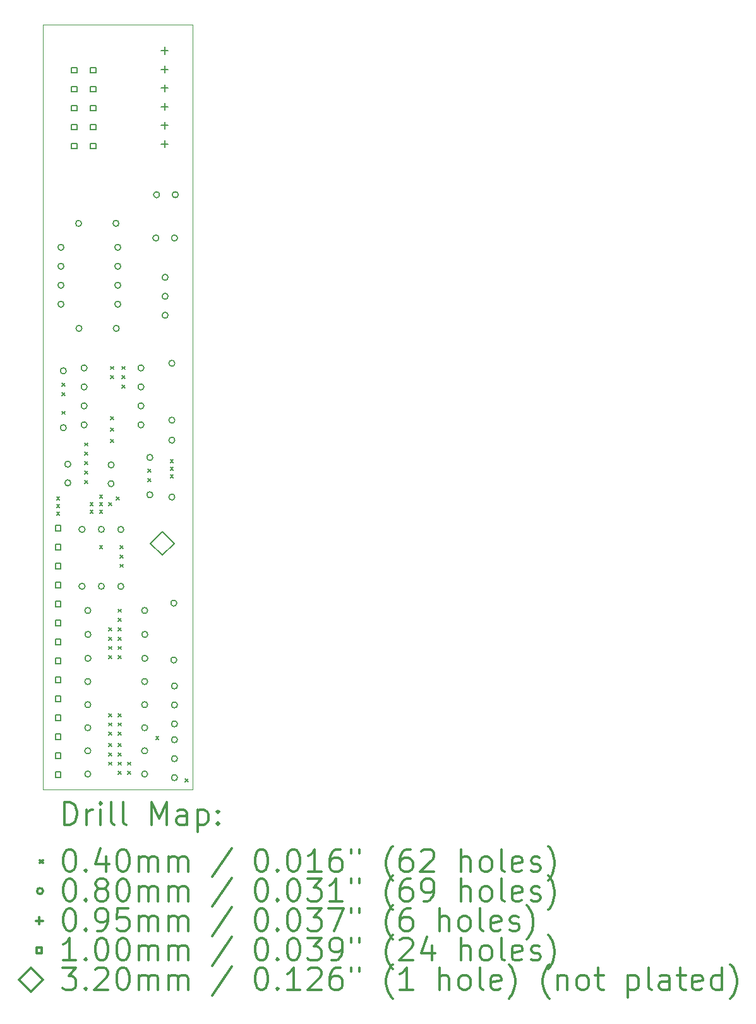
<source format=gbr>
%FSLAX45Y45*%
G04 Gerber Fmt 4.5, Leading zero omitted, Abs format (unit mm)*
G04 Created by KiCad (PCBNEW 5.1.9+dfsg1-1~bpo10+1) date 2022-02-02 01:18:28*
%MOMM*%
%LPD*%
G01*
G04 APERTURE LIST*
%TA.AperFunction,Profile*%
%ADD10C,0.050000*%
%TD*%
%ADD11C,0.200000*%
%ADD12C,0.300000*%
G04 APERTURE END LIST*
D10*
X13500000Y-15550000D02*
X13500000Y-5300000D01*
X15500000Y-15550000D02*
X13500000Y-15550000D01*
X15500000Y-5300000D02*
X15500000Y-15550000D01*
X13500000Y-5300000D02*
X15500000Y-5300000D01*
D11*
X13680000Y-11630000D02*
X13720000Y-11670000D01*
X13720000Y-11630000D02*
X13680000Y-11670000D01*
X13680000Y-11730000D02*
X13720000Y-11770000D01*
X13720000Y-11730000D02*
X13680000Y-11770000D01*
X13680000Y-11830000D02*
X13720000Y-11870000D01*
X13720000Y-11830000D02*
X13680000Y-11870000D01*
X13755000Y-10105000D02*
X13795000Y-10145000D01*
X13795000Y-10105000D02*
X13755000Y-10145000D01*
X13755000Y-10230000D02*
X13795000Y-10270000D01*
X13795000Y-10230000D02*
X13755000Y-10270000D01*
X13755000Y-10480000D02*
X13795000Y-10520000D01*
X13795000Y-10480000D02*
X13755000Y-10520000D01*
X14055000Y-10905000D02*
X14095000Y-10945000D01*
X14095000Y-10905000D02*
X14055000Y-10945000D01*
X14055000Y-11030000D02*
X14095000Y-11070000D01*
X14095000Y-11030000D02*
X14055000Y-11070000D01*
X14055000Y-11155000D02*
X14095000Y-11195000D01*
X14095000Y-11155000D02*
X14055000Y-11195000D01*
X14055000Y-11280000D02*
X14095000Y-11320000D01*
X14095000Y-11280000D02*
X14055000Y-11320000D01*
X14055000Y-11405000D02*
X14095000Y-11445000D01*
X14095000Y-11405000D02*
X14055000Y-11445000D01*
X14130000Y-11705000D02*
X14170000Y-11745000D01*
X14170000Y-11705000D02*
X14130000Y-11745000D01*
X14130000Y-11805000D02*
X14170000Y-11845000D01*
X14170000Y-11805000D02*
X14130000Y-11845000D01*
X14255000Y-11605000D02*
X14295000Y-11645000D01*
X14295000Y-11605000D02*
X14255000Y-11645000D01*
X14255000Y-11705000D02*
X14295000Y-11745000D01*
X14295000Y-11705000D02*
X14255000Y-11745000D01*
X14255000Y-11805000D02*
X14295000Y-11845000D01*
X14295000Y-11805000D02*
X14255000Y-11845000D01*
X14255000Y-12280000D02*
X14295000Y-12320000D01*
X14295000Y-12280000D02*
X14255000Y-12320000D01*
X14380000Y-11705000D02*
X14420000Y-11745000D01*
X14420000Y-11705000D02*
X14380000Y-11745000D01*
X14380000Y-13380000D02*
X14420000Y-13420000D01*
X14420000Y-13380000D02*
X14380000Y-13420000D01*
X14380000Y-13505000D02*
X14420000Y-13545000D01*
X14420000Y-13505000D02*
X14380000Y-13545000D01*
X14380000Y-13630000D02*
X14420000Y-13670000D01*
X14420000Y-13630000D02*
X14380000Y-13670000D01*
X14380000Y-13755000D02*
X14420000Y-13795000D01*
X14420000Y-13755000D02*
X14380000Y-13795000D01*
X14380000Y-14530000D02*
X14420000Y-14570000D01*
X14420000Y-14530000D02*
X14380000Y-14570000D01*
X14380000Y-14655000D02*
X14420000Y-14695000D01*
X14420000Y-14655000D02*
X14380000Y-14695000D01*
X14380000Y-14780000D02*
X14420000Y-14820000D01*
X14420000Y-14780000D02*
X14380000Y-14820000D01*
X14380000Y-14930000D02*
X14420000Y-14970000D01*
X14420000Y-14930000D02*
X14380000Y-14970000D01*
X14380000Y-15055000D02*
X14420000Y-15095000D01*
X14420000Y-15055000D02*
X14380000Y-15095000D01*
X14380000Y-15180000D02*
X14420000Y-15220000D01*
X14420000Y-15180000D02*
X14380000Y-15220000D01*
X14405000Y-9880000D02*
X14445000Y-9920000D01*
X14445000Y-9880000D02*
X14405000Y-9920000D01*
X14405000Y-10005000D02*
X14445000Y-10045000D01*
X14445000Y-10005000D02*
X14405000Y-10045000D01*
X14405000Y-10555000D02*
X14445000Y-10595000D01*
X14445000Y-10555000D02*
X14405000Y-10595000D01*
X14405000Y-10705000D02*
X14445000Y-10745000D01*
X14445000Y-10705000D02*
X14405000Y-10745000D01*
X14405000Y-10855000D02*
X14445000Y-10895000D01*
X14445000Y-10855000D02*
X14405000Y-10895000D01*
X14480000Y-11630000D02*
X14520000Y-11670000D01*
X14520000Y-11630000D02*
X14480000Y-11670000D01*
X14505000Y-13130000D02*
X14545000Y-13170000D01*
X14545000Y-13130000D02*
X14505000Y-13170000D01*
X14505000Y-13255000D02*
X14545000Y-13295000D01*
X14545000Y-13255000D02*
X14505000Y-13295000D01*
X14505000Y-13380000D02*
X14545000Y-13420000D01*
X14545000Y-13380000D02*
X14505000Y-13420000D01*
X14505000Y-13505000D02*
X14545000Y-13545000D01*
X14545000Y-13505000D02*
X14505000Y-13545000D01*
X14505000Y-13630000D02*
X14545000Y-13670000D01*
X14545000Y-13630000D02*
X14505000Y-13670000D01*
X14505000Y-13755000D02*
X14545000Y-13795000D01*
X14545000Y-13755000D02*
X14505000Y-13795000D01*
X14505000Y-14530000D02*
X14545000Y-14570000D01*
X14545000Y-14530000D02*
X14505000Y-14570000D01*
X14505000Y-14655000D02*
X14545000Y-14695000D01*
X14545000Y-14655000D02*
X14505000Y-14695000D01*
X14505000Y-14780000D02*
X14545000Y-14820000D01*
X14545000Y-14780000D02*
X14505000Y-14820000D01*
X14505000Y-14930000D02*
X14545000Y-14970000D01*
X14545000Y-14930000D02*
X14505000Y-14970000D01*
X14505000Y-15055000D02*
X14545000Y-15095000D01*
X14545000Y-15055000D02*
X14505000Y-15095000D01*
X14505000Y-15180000D02*
X14545000Y-15220000D01*
X14545000Y-15180000D02*
X14505000Y-15220000D01*
X14505000Y-15305000D02*
X14545000Y-15345000D01*
X14545000Y-15305000D02*
X14505000Y-15345000D01*
X14530000Y-12280000D02*
X14570000Y-12320000D01*
X14570000Y-12280000D02*
X14530000Y-12320000D01*
X14530000Y-12405000D02*
X14570000Y-12445000D01*
X14570000Y-12405000D02*
X14530000Y-12445000D01*
X14530000Y-12530000D02*
X14570000Y-12570000D01*
X14570000Y-12530000D02*
X14530000Y-12570000D01*
X14555000Y-9880000D02*
X14595000Y-9920000D01*
X14595000Y-9880000D02*
X14555000Y-9920000D01*
X14555000Y-10005000D02*
X14595000Y-10045000D01*
X14595000Y-10005000D02*
X14555000Y-10045000D01*
X14555000Y-10130000D02*
X14595000Y-10170000D01*
X14595000Y-10130000D02*
X14555000Y-10170000D01*
X14630000Y-15180000D02*
X14670000Y-15220000D01*
X14670000Y-15180000D02*
X14630000Y-15220000D01*
X14630000Y-15305000D02*
X14670000Y-15345000D01*
X14670000Y-15305000D02*
X14630000Y-15345000D01*
X14905000Y-11255000D02*
X14945000Y-11295000D01*
X14945000Y-11255000D02*
X14905000Y-11295000D01*
X14905000Y-11380000D02*
X14945000Y-11420000D01*
X14945000Y-11380000D02*
X14905000Y-11420000D01*
X15010000Y-14840000D02*
X15050000Y-14880000D01*
X15050000Y-14840000D02*
X15010000Y-14880000D01*
X15205000Y-11130000D02*
X15245000Y-11170000D01*
X15245000Y-11130000D02*
X15205000Y-11170000D01*
X15205000Y-11230000D02*
X15245000Y-11270000D01*
X15245000Y-11230000D02*
X15205000Y-11270000D01*
X15205000Y-11330000D02*
X15245000Y-11370000D01*
X15245000Y-11330000D02*
X15205000Y-11370000D01*
X15405000Y-15405000D02*
X15445000Y-15445000D01*
X15445000Y-15405000D02*
X15405000Y-15445000D01*
X13778000Y-8285000D02*
G75*
G03*
X13778000Y-8285000I-40000J0D01*
G01*
X13778000Y-8539000D02*
G75*
G03*
X13778000Y-8539000I-40000J0D01*
G01*
X13778000Y-8793000D02*
G75*
G03*
X13778000Y-8793000I-40000J0D01*
G01*
X13778000Y-9047000D02*
G75*
G03*
X13778000Y-9047000I-40000J0D01*
G01*
X13810000Y-9940000D02*
G75*
G03*
X13810000Y-9940000I-40000J0D01*
G01*
X13810000Y-10702000D02*
G75*
G03*
X13810000Y-10702000I-40000J0D01*
G01*
X13870000Y-11190000D02*
G75*
G03*
X13870000Y-11190000I-40000J0D01*
G01*
X13870000Y-11440000D02*
G75*
G03*
X13870000Y-11440000I-40000J0D01*
G01*
X14015000Y-7965000D02*
G75*
G03*
X14015000Y-7965000I-40000J0D01*
G01*
X14020000Y-9370000D02*
G75*
G03*
X14020000Y-9370000I-40000J0D01*
G01*
X14060000Y-12063000D02*
G75*
G03*
X14060000Y-12063000I-40000J0D01*
G01*
X14060000Y-12825000D02*
G75*
G03*
X14060000Y-12825000I-40000J0D01*
G01*
X14088000Y-9900000D02*
G75*
G03*
X14088000Y-9900000I-40000J0D01*
G01*
X14088000Y-10154000D02*
G75*
G03*
X14088000Y-10154000I-40000J0D01*
G01*
X14088000Y-10408000D02*
G75*
G03*
X14088000Y-10408000I-40000J0D01*
G01*
X14088000Y-10662000D02*
G75*
G03*
X14088000Y-10662000I-40000J0D01*
G01*
X14138000Y-13150000D02*
G75*
G03*
X14138000Y-13150000I-40000J0D01*
G01*
X14138000Y-14100000D02*
G75*
G03*
X14138000Y-14100000I-40000J0D01*
G01*
X14138000Y-14410000D02*
G75*
G03*
X14138000Y-14410000I-40000J0D01*
G01*
X14138000Y-14720000D02*
G75*
G03*
X14138000Y-14720000I-40000J0D01*
G01*
X14138000Y-15030000D02*
G75*
G03*
X14138000Y-15030000I-40000J0D01*
G01*
X14138000Y-15340000D02*
G75*
G03*
X14138000Y-15340000I-40000J0D01*
G01*
X14140000Y-13470000D02*
G75*
G03*
X14140000Y-13470000I-40000J0D01*
G01*
X14140000Y-13790000D02*
G75*
G03*
X14140000Y-13790000I-40000J0D01*
G01*
X14320000Y-12063000D02*
G75*
G03*
X14320000Y-12063000I-40000J0D01*
G01*
X14320000Y-12825000D02*
G75*
G03*
X14320000Y-12825000I-40000J0D01*
G01*
X14450000Y-11200000D02*
G75*
G03*
X14450000Y-11200000I-40000J0D01*
G01*
X14450000Y-11450000D02*
G75*
G03*
X14450000Y-11450000I-40000J0D01*
G01*
X14515000Y-7965000D02*
G75*
G03*
X14515000Y-7965000I-40000J0D01*
G01*
X14520000Y-9370000D02*
G75*
G03*
X14520000Y-9370000I-40000J0D01*
G01*
X14540000Y-8285000D02*
G75*
G03*
X14540000Y-8285000I-40000J0D01*
G01*
X14540000Y-8539000D02*
G75*
G03*
X14540000Y-8539000I-40000J0D01*
G01*
X14540000Y-8793000D02*
G75*
G03*
X14540000Y-8793000I-40000J0D01*
G01*
X14540000Y-9047000D02*
G75*
G03*
X14540000Y-9047000I-40000J0D01*
G01*
X14580000Y-12065000D02*
G75*
G03*
X14580000Y-12065000I-40000J0D01*
G01*
X14580000Y-12827000D02*
G75*
G03*
X14580000Y-12827000I-40000J0D01*
G01*
X14850000Y-9900000D02*
G75*
G03*
X14850000Y-9900000I-40000J0D01*
G01*
X14850000Y-10154000D02*
G75*
G03*
X14850000Y-10154000I-40000J0D01*
G01*
X14850000Y-10408000D02*
G75*
G03*
X14850000Y-10408000I-40000J0D01*
G01*
X14850000Y-10662000D02*
G75*
G03*
X14850000Y-10662000I-40000J0D01*
G01*
X14900000Y-13150000D02*
G75*
G03*
X14900000Y-13150000I-40000J0D01*
G01*
X14900000Y-14100000D02*
G75*
G03*
X14900000Y-14100000I-40000J0D01*
G01*
X14900000Y-14410000D02*
G75*
G03*
X14900000Y-14410000I-40000J0D01*
G01*
X14900000Y-14720000D02*
G75*
G03*
X14900000Y-14720000I-40000J0D01*
G01*
X14900000Y-15030000D02*
G75*
G03*
X14900000Y-15030000I-40000J0D01*
G01*
X14900000Y-15340000D02*
G75*
G03*
X14900000Y-15340000I-40000J0D01*
G01*
X14902000Y-13470000D02*
G75*
G03*
X14902000Y-13470000I-40000J0D01*
G01*
X14902000Y-13790000D02*
G75*
G03*
X14902000Y-13790000I-40000J0D01*
G01*
X14970000Y-11100000D02*
G75*
G03*
X14970000Y-11100000I-40000J0D01*
G01*
X14970000Y-11600000D02*
G75*
G03*
X14970000Y-11600000I-40000J0D01*
G01*
X15050000Y-8160000D02*
G75*
G03*
X15050000Y-8160000I-40000J0D01*
G01*
X15060000Y-7580000D02*
G75*
G03*
X15060000Y-7580000I-40000J0D01*
G01*
X15175000Y-8687000D02*
G75*
G03*
X15175000Y-8687000I-40000J0D01*
G01*
X15175000Y-8941000D02*
G75*
G03*
X15175000Y-8941000I-40000J0D01*
G01*
X15175000Y-9195000D02*
G75*
G03*
X15175000Y-9195000I-40000J0D01*
G01*
X15265000Y-9838000D02*
G75*
G03*
X15265000Y-9838000I-40000J0D01*
G01*
X15265000Y-10600000D02*
G75*
G03*
X15265000Y-10600000I-40000J0D01*
G01*
X15265000Y-10867500D02*
G75*
G03*
X15265000Y-10867500I-40000J0D01*
G01*
X15265000Y-11629500D02*
G75*
G03*
X15265000Y-11629500I-40000J0D01*
G01*
X15290000Y-13050000D02*
G75*
G03*
X15290000Y-13050000I-40000J0D01*
G01*
X15290000Y-13812000D02*
G75*
G03*
X15290000Y-13812000I-40000J0D01*
G01*
X15300000Y-8160000D02*
G75*
G03*
X15300000Y-8160000I-40000J0D01*
G01*
X15300000Y-14160000D02*
G75*
G03*
X15300000Y-14160000I-40000J0D01*
G01*
X15300000Y-14414000D02*
G75*
G03*
X15300000Y-14414000I-40000J0D01*
G01*
X15300000Y-14668000D02*
G75*
G03*
X15300000Y-14668000I-40000J0D01*
G01*
X15300000Y-14880000D02*
G75*
G03*
X15300000Y-14880000I-40000J0D01*
G01*
X15300000Y-15134000D02*
G75*
G03*
X15300000Y-15134000I-40000J0D01*
G01*
X15300000Y-15388000D02*
G75*
G03*
X15300000Y-15388000I-40000J0D01*
G01*
X15310000Y-7580000D02*
G75*
G03*
X15310000Y-7580000I-40000J0D01*
G01*
X15130000Y-5602500D02*
X15130000Y-5697500D01*
X15082500Y-5650000D02*
X15177500Y-5650000D01*
X15130000Y-5852500D02*
X15130000Y-5947500D01*
X15082500Y-5900000D02*
X15177500Y-5900000D01*
X15130000Y-6102500D02*
X15130000Y-6197500D01*
X15082500Y-6150000D02*
X15177500Y-6150000D01*
X15130000Y-6352500D02*
X15130000Y-6447500D01*
X15082500Y-6400000D02*
X15177500Y-6400000D01*
X15130000Y-6602500D02*
X15130000Y-6697500D01*
X15082500Y-6650000D02*
X15177500Y-6650000D01*
X15130000Y-6852500D02*
X15130000Y-6947500D01*
X15082500Y-6900000D02*
X15177500Y-6900000D01*
X13735356Y-12082356D02*
X13735356Y-12011644D01*
X13664644Y-12011644D01*
X13664644Y-12082356D01*
X13735356Y-12082356D01*
X13735356Y-12336356D02*
X13735356Y-12265644D01*
X13664644Y-12265644D01*
X13664644Y-12336356D01*
X13735356Y-12336356D01*
X13735356Y-12590356D02*
X13735356Y-12519644D01*
X13664644Y-12519644D01*
X13664644Y-12590356D01*
X13735356Y-12590356D01*
X13735356Y-12844356D02*
X13735356Y-12773644D01*
X13664644Y-12773644D01*
X13664644Y-12844356D01*
X13735356Y-12844356D01*
X13735356Y-13098356D02*
X13735356Y-13027644D01*
X13664644Y-13027644D01*
X13664644Y-13098356D01*
X13735356Y-13098356D01*
X13735356Y-13352356D02*
X13735356Y-13281644D01*
X13664644Y-13281644D01*
X13664644Y-13352356D01*
X13735356Y-13352356D01*
X13735356Y-13606356D02*
X13735356Y-13535644D01*
X13664644Y-13535644D01*
X13664644Y-13606356D01*
X13735356Y-13606356D01*
X13735356Y-13860356D02*
X13735356Y-13789644D01*
X13664644Y-13789644D01*
X13664644Y-13860356D01*
X13735356Y-13860356D01*
X13735356Y-14114356D02*
X13735356Y-14043644D01*
X13664644Y-14043644D01*
X13664644Y-14114356D01*
X13735356Y-14114356D01*
X13735356Y-14368356D02*
X13735356Y-14297644D01*
X13664644Y-14297644D01*
X13664644Y-14368356D01*
X13735356Y-14368356D01*
X13735356Y-14622356D02*
X13735356Y-14551644D01*
X13664644Y-14551644D01*
X13664644Y-14622356D01*
X13735356Y-14622356D01*
X13735356Y-14876356D02*
X13735356Y-14805644D01*
X13664644Y-14805644D01*
X13664644Y-14876356D01*
X13735356Y-14876356D01*
X13735356Y-15130356D02*
X13735356Y-15059644D01*
X13664644Y-15059644D01*
X13664644Y-15130356D01*
X13735356Y-15130356D01*
X13735356Y-15384356D02*
X13735356Y-15313644D01*
X13664644Y-15313644D01*
X13664644Y-15384356D01*
X13735356Y-15384356D01*
X13951356Y-5945356D02*
X13951356Y-5874644D01*
X13880644Y-5874644D01*
X13880644Y-5945356D01*
X13951356Y-5945356D01*
X13951356Y-6199356D02*
X13951356Y-6128644D01*
X13880644Y-6128644D01*
X13880644Y-6199356D01*
X13951356Y-6199356D01*
X13951356Y-6453356D02*
X13951356Y-6382644D01*
X13880644Y-6382644D01*
X13880644Y-6453356D01*
X13951356Y-6453356D01*
X13951356Y-6707356D02*
X13951356Y-6636644D01*
X13880644Y-6636644D01*
X13880644Y-6707356D01*
X13951356Y-6707356D01*
X13951356Y-6961356D02*
X13951356Y-6890644D01*
X13880644Y-6890644D01*
X13880644Y-6961356D01*
X13951356Y-6961356D01*
X14205356Y-5945356D02*
X14205356Y-5874644D01*
X14134644Y-5874644D01*
X14134644Y-5945356D01*
X14205356Y-5945356D01*
X14205356Y-6199356D02*
X14205356Y-6128644D01*
X14134644Y-6128644D01*
X14134644Y-6199356D01*
X14205356Y-6199356D01*
X14205356Y-6453356D02*
X14205356Y-6382644D01*
X14134644Y-6382644D01*
X14134644Y-6453356D01*
X14205356Y-6453356D01*
X14205356Y-6707356D02*
X14205356Y-6636644D01*
X14134644Y-6636644D01*
X14134644Y-6707356D01*
X14205356Y-6707356D01*
X14205356Y-6961356D02*
X14205356Y-6890644D01*
X14134644Y-6890644D01*
X14134644Y-6961356D01*
X14205356Y-6961356D01*
X15100000Y-12410000D02*
X15260000Y-12250000D01*
X15100000Y-12090000D01*
X14940000Y-12250000D01*
X15100000Y-12410000D01*
D12*
X13783928Y-16018214D02*
X13783928Y-15718214D01*
X13855357Y-15718214D01*
X13898214Y-15732500D01*
X13926786Y-15761071D01*
X13941071Y-15789643D01*
X13955357Y-15846786D01*
X13955357Y-15889643D01*
X13941071Y-15946786D01*
X13926786Y-15975357D01*
X13898214Y-16003929D01*
X13855357Y-16018214D01*
X13783928Y-16018214D01*
X14083928Y-16018214D02*
X14083928Y-15818214D01*
X14083928Y-15875357D02*
X14098214Y-15846786D01*
X14112500Y-15832500D01*
X14141071Y-15818214D01*
X14169643Y-15818214D01*
X14269643Y-16018214D02*
X14269643Y-15818214D01*
X14269643Y-15718214D02*
X14255357Y-15732500D01*
X14269643Y-15746786D01*
X14283928Y-15732500D01*
X14269643Y-15718214D01*
X14269643Y-15746786D01*
X14455357Y-16018214D02*
X14426786Y-16003929D01*
X14412500Y-15975357D01*
X14412500Y-15718214D01*
X14612500Y-16018214D02*
X14583928Y-16003929D01*
X14569643Y-15975357D01*
X14569643Y-15718214D01*
X14955357Y-16018214D02*
X14955357Y-15718214D01*
X15055357Y-15932500D01*
X15155357Y-15718214D01*
X15155357Y-16018214D01*
X15426786Y-16018214D02*
X15426786Y-15861071D01*
X15412500Y-15832500D01*
X15383928Y-15818214D01*
X15326786Y-15818214D01*
X15298214Y-15832500D01*
X15426786Y-16003929D02*
X15398214Y-16018214D01*
X15326786Y-16018214D01*
X15298214Y-16003929D01*
X15283928Y-15975357D01*
X15283928Y-15946786D01*
X15298214Y-15918214D01*
X15326786Y-15903929D01*
X15398214Y-15903929D01*
X15426786Y-15889643D01*
X15569643Y-15818214D02*
X15569643Y-16118214D01*
X15569643Y-15832500D02*
X15598214Y-15818214D01*
X15655357Y-15818214D01*
X15683928Y-15832500D01*
X15698214Y-15846786D01*
X15712500Y-15875357D01*
X15712500Y-15961071D01*
X15698214Y-15989643D01*
X15683928Y-16003929D01*
X15655357Y-16018214D01*
X15598214Y-16018214D01*
X15569643Y-16003929D01*
X15841071Y-15989643D02*
X15855357Y-16003929D01*
X15841071Y-16018214D01*
X15826786Y-16003929D01*
X15841071Y-15989643D01*
X15841071Y-16018214D01*
X15841071Y-15832500D02*
X15855357Y-15846786D01*
X15841071Y-15861071D01*
X15826786Y-15846786D01*
X15841071Y-15832500D01*
X15841071Y-15861071D01*
X13457500Y-16492500D02*
X13497500Y-16532500D01*
X13497500Y-16492500D02*
X13457500Y-16532500D01*
X13841071Y-16348214D02*
X13869643Y-16348214D01*
X13898214Y-16362500D01*
X13912500Y-16376786D01*
X13926786Y-16405357D01*
X13941071Y-16462500D01*
X13941071Y-16533929D01*
X13926786Y-16591071D01*
X13912500Y-16619643D01*
X13898214Y-16633929D01*
X13869643Y-16648214D01*
X13841071Y-16648214D01*
X13812500Y-16633929D01*
X13798214Y-16619643D01*
X13783928Y-16591071D01*
X13769643Y-16533929D01*
X13769643Y-16462500D01*
X13783928Y-16405357D01*
X13798214Y-16376786D01*
X13812500Y-16362500D01*
X13841071Y-16348214D01*
X14069643Y-16619643D02*
X14083928Y-16633929D01*
X14069643Y-16648214D01*
X14055357Y-16633929D01*
X14069643Y-16619643D01*
X14069643Y-16648214D01*
X14341071Y-16448214D02*
X14341071Y-16648214D01*
X14269643Y-16333929D02*
X14198214Y-16548214D01*
X14383928Y-16548214D01*
X14555357Y-16348214D02*
X14583928Y-16348214D01*
X14612500Y-16362500D01*
X14626786Y-16376786D01*
X14641071Y-16405357D01*
X14655357Y-16462500D01*
X14655357Y-16533929D01*
X14641071Y-16591071D01*
X14626786Y-16619643D01*
X14612500Y-16633929D01*
X14583928Y-16648214D01*
X14555357Y-16648214D01*
X14526786Y-16633929D01*
X14512500Y-16619643D01*
X14498214Y-16591071D01*
X14483928Y-16533929D01*
X14483928Y-16462500D01*
X14498214Y-16405357D01*
X14512500Y-16376786D01*
X14526786Y-16362500D01*
X14555357Y-16348214D01*
X14783928Y-16648214D02*
X14783928Y-16448214D01*
X14783928Y-16476786D02*
X14798214Y-16462500D01*
X14826786Y-16448214D01*
X14869643Y-16448214D01*
X14898214Y-16462500D01*
X14912500Y-16491071D01*
X14912500Y-16648214D01*
X14912500Y-16491071D02*
X14926786Y-16462500D01*
X14955357Y-16448214D01*
X14998214Y-16448214D01*
X15026786Y-16462500D01*
X15041071Y-16491071D01*
X15041071Y-16648214D01*
X15183928Y-16648214D02*
X15183928Y-16448214D01*
X15183928Y-16476786D02*
X15198214Y-16462500D01*
X15226786Y-16448214D01*
X15269643Y-16448214D01*
X15298214Y-16462500D01*
X15312500Y-16491071D01*
X15312500Y-16648214D01*
X15312500Y-16491071D02*
X15326786Y-16462500D01*
X15355357Y-16448214D01*
X15398214Y-16448214D01*
X15426786Y-16462500D01*
X15441071Y-16491071D01*
X15441071Y-16648214D01*
X16026786Y-16333929D02*
X15769643Y-16719643D01*
X16412500Y-16348214D02*
X16441071Y-16348214D01*
X16469643Y-16362500D01*
X16483928Y-16376786D01*
X16498214Y-16405357D01*
X16512500Y-16462500D01*
X16512500Y-16533929D01*
X16498214Y-16591071D01*
X16483928Y-16619643D01*
X16469643Y-16633929D01*
X16441071Y-16648214D01*
X16412500Y-16648214D01*
X16383928Y-16633929D01*
X16369643Y-16619643D01*
X16355357Y-16591071D01*
X16341071Y-16533929D01*
X16341071Y-16462500D01*
X16355357Y-16405357D01*
X16369643Y-16376786D01*
X16383928Y-16362500D01*
X16412500Y-16348214D01*
X16641071Y-16619643D02*
X16655357Y-16633929D01*
X16641071Y-16648214D01*
X16626786Y-16633929D01*
X16641071Y-16619643D01*
X16641071Y-16648214D01*
X16841071Y-16348214D02*
X16869643Y-16348214D01*
X16898214Y-16362500D01*
X16912500Y-16376786D01*
X16926786Y-16405357D01*
X16941071Y-16462500D01*
X16941071Y-16533929D01*
X16926786Y-16591071D01*
X16912500Y-16619643D01*
X16898214Y-16633929D01*
X16869643Y-16648214D01*
X16841071Y-16648214D01*
X16812500Y-16633929D01*
X16798214Y-16619643D01*
X16783928Y-16591071D01*
X16769643Y-16533929D01*
X16769643Y-16462500D01*
X16783928Y-16405357D01*
X16798214Y-16376786D01*
X16812500Y-16362500D01*
X16841071Y-16348214D01*
X17226786Y-16648214D02*
X17055357Y-16648214D01*
X17141071Y-16648214D02*
X17141071Y-16348214D01*
X17112500Y-16391071D01*
X17083928Y-16419643D01*
X17055357Y-16433929D01*
X17483928Y-16348214D02*
X17426786Y-16348214D01*
X17398214Y-16362500D01*
X17383928Y-16376786D01*
X17355357Y-16419643D01*
X17341071Y-16476786D01*
X17341071Y-16591071D01*
X17355357Y-16619643D01*
X17369643Y-16633929D01*
X17398214Y-16648214D01*
X17455357Y-16648214D01*
X17483928Y-16633929D01*
X17498214Y-16619643D01*
X17512500Y-16591071D01*
X17512500Y-16519643D01*
X17498214Y-16491071D01*
X17483928Y-16476786D01*
X17455357Y-16462500D01*
X17398214Y-16462500D01*
X17369643Y-16476786D01*
X17355357Y-16491071D01*
X17341071Y-16519643D01*
X17626786Y-16348214D02*
X17626786Y-16405357D01*
X17741071Y-16348214D02*
X17741071Y-16405357D01*
X18183928Y-16762500D02*
X18169643Y-16748214D01*
X18141071Y-16705357D01*
X18126786Y-16676786D01*
X18112500Y-16633929D01*
X18098214Y-16562500D01*
X18098214Y-16505357D01*
X18112500Y-16433929D01*
X18126786Y-16391071D01*
X18141071Y-16362500D01*
X18169643Y-16319643D01*
X18183928Y-16305357D01*
X18426786Y-16348214D02*
X18369643Y-16348214D01*
X18341071Y-16362500D01*
X18326786Y-16376786D01*
X18298214Y-16419643D01*
X18283928Y-16476786D01*
X18283928Y-16591071D01*
X18298214Y-16619643D01*
X18312500Y-16633929D01*
X18341071Y-16648214D01*
X18398214Y-16648214D01*
X18426786Y-16633929D01*
X18441071Y-16619643D01*
X18455357Y-16591071D01*
X18455357Y-16519643D01*
X18441071Y-16491071D01*
X18426786Y-16476786D01*
X18398214Y-16462500D01*
X18341071Y-16462500D01*
X18312500Y-16476786D01*
X18298214Y-16491071D01*
X18283928Y-16519643D01*
X18569643Y-16376786D02*
X18583928Y-16362500D01*
X18612500Y-16348214D01*
X18683928Y-16348214D01*
X18712500Y-16362500D01*
X18726786Y-16376786D01*
X18741071Y-16405357D01*
X18741071Y-16433929D01*
X18726786Y-16476786D01*
X18555357Y-16648214D01*
X18741071Y-16648214D01*
X19098214Y-16648214D02*
X19098214Y-16348214D01*
X19226786Y-16648214D02*
X19226786Y-16491071D01*
X19212500Y-16462500D01*
X19183928Y-16448214D01*
X19141071Y-16448214D01*
X19112500Y-16462500D01*
X19098214Y-16476786D01*
X19412500Y-16648214D02*
X19383928Y-16633929D01*
X19369643Y-16619643D01*
X19355357Y-16591071D01*
X19355357Y-16505357D01*
X19369643Y-16476786D01*
X19383928Y-16462500D01*
X19412500Y-16448214D01*
X19455357Y-16448214D01*
X19483928Y-16462500D01*
X19498214Y-16476786D01*
X19512500Y-16505357D01*
X19512500Y-16591071D01*
X19498214Y-16619643D01*
X19483928Y-16633929D01*
X19455357Y-16648214D01*
X19412500Y-16648214D01*
X19683928Y-16648214D02*
X19655357Y-16633929D01*
X19641071Y-16605357D01*
X19641071Y-16348214D01*
X19912500Y-16633929D02*
X19883928Y-16648214D01*
X19826786Y-16648214D01*
X19798214Y-16633929D01*
X19783928Y-16605357D01*
X19783928Y-16491071D01*
X19798214Y-16462500D01*
X19826786Y-16448214D01*
X19883928Y-16448214D01*
X19912500Y-16462500D01*
X19926786Y-16491071D01*
X19926786Y-16519643D01*
X19783928Y-16548214D01*
X20041071Y-16633929D02*
X20069643Y-16648214D01*
X20126786Y-16648214D01*
X20155357Y-16633929D01*
X20169643Y-16605357D01*
X20169643Y-16591071D01*
X20155357Y-16562500D01*
X20126786Y-16548214D01*
X20083928Y-16548214D01*
X20055357Y-16533929D01*
X20041071Y-16505357D01*
X20041071Y-16491071D01*
X20055357Y-16462500D01*
X20083928Y-16448214D01*
X20126786Y-16448214D01*
X20155357Y-16462500D01*
X20269643Y-16762500D02*
X20283928Y-16748214D01*
X20312500Y-16705357D01*
X20326786Y-16676786D01*
X20341071Y-16633929D01*
X20355357Y-16562500D01*
X20355357Y-16505357D01*
X20341071Y-16433929D01*
X20326786Y-16391071D01*
X20312500Y-16362500D01*
X20283928Y-16319643D01*
X20269643Y-16305357D01*
X13497500Y-16908500D02*
G75*
G03*
X13497500Y-16908500I-40000J0D01*
G01*
X13841071Y-16744214D02*
X13869643Y-16744214D01*
X13898214Y-16758500D01*
X13912500Y-16772786D01*
X13926786Y-16801357D01*
X13941071Y-16858500D01*
X13941071Y-16929929D01*
X13926786Y-16987072D01*
X13912500Y-17015643D01*
X13898214Y-17029929D01*
X13869643Y-17044214D01*
X13841071Y-17044214D01*
X13812500Y-17029929D01*
X13798214Y-17015643D01*
X13783928Y-16987072D01*
X13769643Y-16929929D01*
X13769643Y-16858500D01*
X13783928Y-16801357D01*
X13798214Y-16772786D01*
X13812500Y-16758500D01*
X13841071Y-16744214D01*
X14069643Y-17015643D02*
X14083928Y-17029929D01*
X14069643Y-17044214D01*
X14055357Y-17029929D01*
X14069643Y-17015643D01*
X14069643Y-17044214D01*
X14255357Y-16872786D02*
X14226786Y-16858500D01*
X14212500Y-16844214D01*
X14198214Y-16815643D01*
X14198214Y-16801357D01*
X14212500Y-16772786D01*
X14226786Y-16758500D01*
X14255357Y-16744214D01*
X14312500Y-16744214D01*
X14341071Y-16758500D01*
X14355357Y-16772786D01*
X14369643Y-16801357D01*
X14369643Y-16815643D01*
X14355357Y-16844214D01*
X14341071Y-16858500D01*
X14312500Y-16872786D01*
X14255357Y-16872786D01*
X14226786Y-16887072D01*
X14212500Y-16901357D01*
X14198214Y-16929929D01*
X14198214Y-16987072D01*
X14212500Y-17015643D01*
X14226786Y-17029929D01*
X14255357Y-17044214D01*
X14312500Y-17044214D01*
X14341071Y-17029929D01*
X14355357Y-17015643D01*
X14369643Y-16987072D01*
X14369643Y-16929929D01*
X14355357Y-16901357D01*
X14341071Y-16887072D01*
X14312500Y-16872786D01*
X14555357Y-16744214D02*
X14583928Y-16744214D01*
X14612500Y-16758500D01*
X14626786Y-16772786D01*
X14641071Y-16801357D01*
X14655357Y-16858500D01*
X14655357Y-16929929D01*
X14641071Y-16987072D01*
X14626786Y-17015643D01*
X14612500Y-17029929D01*
X14583928Y-17044214D01*
X14555357Y-17044214D01*
X14526786Y-17029929D01*
X14512500Y-17015643D01*
X14498214Y-16987072D01*
X14483928Y-16929929D01*
X14483928Y-16858500D01*
X14498214Y-16801357D01*
X14512500Y-16772786D01*
X14526786Y-16758500D01*
X14555357Y-16744214D01*
X14783928Y-17044214D02*
X14783928Y-16844214D01*
X14783928Y-16872786D02*
X14798214Y-16858500D01*
X14826786Y-16844214D01*
X14869643Y-16844214D01*
X14898214Y-16858500D01*
X14912500Y-16887072D01*
X14912500Y-17044214D01*
X14912500Y-16887072D02*
X14926786Y-16858500D01*
X14955357Y-16844214D01*
X14998214Y-16844214D01*
X15026786Y-16858500D01*
X15041071Y-16887072D01*
X15041071Y-17044214D01*
X15183928Y-17044214D02*
X15183928Y-16844214D01*
X15183928Y-16872786D02*
X15198214Y-16858500D01*
X15226786Y-16844214D01*
X15269643Y-16844214D01*
X15298214Y-16858500D01*
X15312500Y-16887072D01*
X15312500Y-17044214D01*
X15312500Y-16887072D02*
X15326786Y-16858500D01*
X15355357Y-16844214D01*
X15398214Y-16844214D01*
X15426786Y-16858500D01*
X15441071Y-16887072D01*
X15441071Y-17044214D01*
X16026786Y-16729929D02*
X15769643Y-17115643D01*
X16412500Y-16744214D02*
X16441071Y-16744214D01*
X16469643Y-16758500D01*
X16483928Y-16772786D01*
X16498214Y-16801357D01*
X16512500Y-16858500D01*
X16512500Y-16929929D01*
X16498214Y-16987072D01*
X16483928Y-17015643D01*
X16469643Y-17029929D01*
X16441071Y-17044214D01*
X16412500Y-17044214D01*
X16383928Y-17029929D01*
X16369643Y-17015643D01*
X16355357Y-16987072D01*
X16341071Y-16929929D01*
X16341071Y-16858500D01*
X16355357Y-16801357D01*
X16369643Y-16772786D01*
X16383928Y-16758500D01*
X16412500Y-16744214D01*
X16641071Y-17015643D02*
X16655357Y-17029929D01*
X16641071Y-17044214D01*
X16626786Y-17029929D01*
X16641071Y-17015643D01*
X16641071Y-17044214D01*
X16841071Y-16744214D02*
X16869643Y-16744214D01*
X16898214Y-16758500D01*
X16912500Y-16772786D01*
X16926786Y-16801357D01*
X16941071Y-16858500D01*
X16941071Y-16929929D01*
X16926786Y-16987072D01*
X16912500Y-17015643D01*
X16898214Y-17029929D01*
X16869643Y-17044214D01*
X16841071Y-17044214D01*
X16812500Y-17029929D01*
X16798214Y-17015643D01*
X16783928Y-16987072D01*
X16769643Y-16929929D01*
X16769643Y-16858500D01*
X16783928Y-16801357D01*
X16798214Y-16772786D01*
X16812500Y-16758500D01*
X16841071Y-16744214D01*
X17041071Y-16744214D02*
X17226786Y-16744214D01*
X17126786Y-16858500D01*
X17169643Y-16858500D01*
X17198214Y-16872786D01*
X17212500Y-16887072D01*
X17226786Y-16915643D01*
X17226786Y-16987072D01*
X17212500Y-17015643D01*
X17198214Y-17029929D01*
X17169643Y-17044214D01*
X17083928Y-17044214D01*
X17055357Y-17029929D01*
X17041071Y-17015643D01*
X17512500Y-17044214D02*
X17341071Y-17044214D01*
X17426786Y-17044214D02*
X17426786Y-16744214D01*
X17398214Y-16787072D01*
X17369643Y-16815643D01*
X17341071Y-16829929D01*
X17626786Y-16744214D02*
X17626786Y-16801357D01*
X17741071Y-16744214D02*
X17741071Y-16801357D01*
X18183928Y-17158500D02*
X18169643Y-17144214D01*
X18141071Y-17101357D01*
X18126786Y-17072786D01*
X18112500Y-17029929D01*
X18098214Y-16958500D01*
X18098214Y-16901357D01*
X18112500Y-16829929D01*
X18126786Y-16787072D01*
X18141071Y-16758500D01*
X18169643Y-16715643D01*
X18183928Y-16701357D01*
X18426786Y-16744214D02*
X18369643Y-16744214D01*
X18341071Y-16758500D01*
X18326786Y-16772786D01*
X18298214Y-16815643D01*
X18283928Y-16872786D01*
X18283928Y-16987072D01*
X18298214Y-17015643D01*
X18312500Y-17029929D01*
X18341071Y-17044214D01*
X18398214Y-17044214D01*
X18426786Y-17029929D01*
X18441071Y-17015643D01*
X18455357Y-16987072D01*
X18455357Y-16915643D01*
X18441071Y-16887072D01*
X18426786Y-16872786D01*
X18398214Y-16858500D01*
X18341071Y-16858500D01*
X18312500Y-16872786D01*
X18298214Y-16887072D01*
X18283928Y-16915643D01*
X18598214Y-17044214D02*
X18655357Y-17044214D01*
X18683928Y-17029929D01*
X18698214Y-17015643D01*
X18726786Y-16972786D01*
X18741071Y-16915643D01*
X18741071Y-16801357D01*
X18726786Y-16772786D01*
X18712500Y-16758500D01*
X18683928Y-16744214D01*
X18626786Y-16744214D01*
X18598214Y-16758500D01*
X18583928Y-16772786D01*
X18569643Y-16801357D01*
X18569643Y-16872786D01*
X18583928Y-16901357D01*
X18598214Y-16915643D01*
X18626786Y-16929929D01*
X18683928Y-16929929D01*
X18712500Y-16915643D01*
X18726786Y-16901357D01*
X18741071Y-16872786D01*
X19098214Y-17044214D02*
X19098214Y-16744214D01*
X19226786Y-17044214D02*
X19226786Y-16887072D01*
X19212500Y-16858500D01*
X19183928Y-16844214D01*
X19141071Y-16844214D01*
X19112500Y-16858500D01*
X19098214Y-16872786D01*
X19412500Y-17044214D02*
X19383928Y-17029929D01*
X19369643Y-17015643D01*
X19355357Y-16987072D01*
X19355357Y-16901357D01*
X19369643Y-16872786D01*
X19383928Y-16858500D01*
X19412500Y-16844214D01*
X19455357Y-16844214D01*
X19483928Y-16858500D01*
X19498214Y-16872786D01*
X19512500Y-16901357D01*
X19512500Y-16987072D01*
X19498214Y-17015643D01*
X19483928Y-17029929D01*
X19455357Y-17044214D01*
X19412500Y-17044214D01*
X19683928Y-17044214D02*
X19655357Y-17029929D01*
X19641071Y-17001357D01*
X19641071Y-16744214D01*
X19912500Y-17029929D02*
X19883928Y-17044214D01*
X19826786Y-17044214D01*
X19798214Y-17029929D01*
X19783928Y-17001357D01*
X19783928Y-16887072D01*
X19798214Y-16858500D01*
X19826786Y-16844214D01*
X19883928Y-16844214D01*
X19912500Y-16858500D01*
X19926786Y-16887072D01*
X19926786Y-16915643D01*
X19783928Y-16944214D01*
X20041071Y-17029929D02*
X20069643Y-17044214D01*
X20126786Y-17044214D01*
X20155357Y-17029929D01*
X20169643Y-17001357D01*
X20169643Y-16987072D01*
X20155357Y-16958500D01*
X20126786Y-16944214D01*
X20083928Y-16944214D01*
X20055357Y-16929929D01*
X20041071Y-16901357D01*
X20041071Y-16887072D01*
X20055357Y-16858500D01*
X20083928Y-16844214D01*
X20126786Y-16844214D01*
X20155357Y-16858500D01*
X20269643Y-17158500D02*
X20283928Y-17144214D01*
X20312500Y-17101357D01*
X20326786Y-17072786D01*
X20341071Y-17029929D01*
X20355357Y-16958500D01*
X20355357Y-16901357D01*
X20341071Y-16829929D01*
X20326786Y-16787072D01*
X20312500Y-16758500D01*
X20283928Y-16715643D01*
X20269643Y-16701357D01*
X13450000Y-17257000D02*
X13450000Y-17352000D01*
X13402500Y-17304500D02*
X13497500Y-17304500D01*
X13841071Y-17140214D02*
X13869643Y-17140214D01*
X13898214Y-17154500D01*
X13912500Y-17168786D01*
X13926786Y-17197357D01*
X13941071Y-17254500D01*
X13941071Y-17325929D01*
X13926786Y-17383072D01*
X13912500Y-17411643D01*
X13898214Y-17425929D01*
X13869643Y-17440214D01*
X13841071Y-17440214D01*
X13812500Y-17425929D01*
X13798214Y-17411643D01*
X13783928Y-17383072D01*
X13769643Y-17325929D01*
X13769643Y-17254500D01*
X13783928Y-17197357D01*
X13798214Y-17168786D01*
X13812500Y-17154500D01*
X13841071Y-17140214D01*
X14069643Y-17411643D02*
X14083928Y-17425929D01*
X14069643Y-17440214D01*
X14055357Y-17425929D01*
X14069643Y-17411643D01*
X14069643Y-17440214D01*
X14226786Y-17440214D02*
X14283928Y-17440214D01*
X14312500Y-17425929D01*
X14326786Y-17411643D01*
X14355357Y-17368786D01*
X14369643Y-17311643D01*
X14369643Y-17197357D01*
X14355357Y-17168786D01*
X14341071Y-17154500D01*
X14312500Y-17140214D01*
X14255357Y-17140214D01*
X14226786Y-17154500D01*
X14212500Y-17168786D01*
X14198214Y-17197357D01*
X14198214Y-17268786D01*
X14212500Y-17297357D01*
X14226786Y-17311643D01*
X14255357Y-17325929D01*
X14312500Y-17325929D01*
X14341071Y-17311643D01*
X14355357Y-17297357D01*
X14369643Y-17268786D01*
X14641071Y-17140214D02*
X14498214Y-17140214D01*
X14483928Y-17283072D01*
X14498214Y-17268786D01*
X14526786Y-17254500D01*
X14598214Y-17254500D01*
X14626786Y-17268786D01*
X14641071Y-17283072D01*
X14655357Y-17311643D01*
X14655357Y-17383072D01*
X14641071Y-17411643D01*
X14626786Y-17425929D01*
X14598214Y-17440214D01*
X14526786Y-17440214D01*
X14498214Y-17425929D01*
X14483928Y-17411643D01*
X14783928Y-17440214D02*
X14783928Y-17240214D01*
X14783928Y-17268786D02*
X14798214Y-17254500D01*
X14826786Y-17240214D01*
X14869643Y-17240214D01*
X14898214Y-17254500D01*
X14912500Y-17283072D01*
X14912500Y-17440214D01*
X14912500Y-17283072D02*
X14926786Y-17254500D01*
X14955357Y-17240214D01*
X14998214Y-17240214D01*
X15026786Y-17254500D01*
X15041071Y-17283072D01*
X15041071Y-17440214D01*
X15183928Y-17440214D02*
X15183928Y-17240214D01*
X15183928Y-17268786D02*
X15198214Y-17254500D01*
X15226786Y-17240214D01*
X15269643Y-17240214D01*
X15298214Y-17254500D01*
X15312500Y-17283072D01*
X15312500Y-17440214D01*
X15312500Y-17283072D02*
X15326786Y-17254500D01*
X15355357Y-17240214D01*
X15398214Y-17240214D01*
X15426786Y-17254500D01*
X15441071Y-17283072D01*
X15441071Y-17440214D01*
X16026786Y-17125929D02*
X15769643Y-17511643D01*
X16412500Y-17140214D02*
X16441071Y-17140214D01*
X16469643Y-17154500D01*
X16483928Y-17168786D01*
X16498214Y-17197357D01*
X16512500Y-17254500D01*
X16512500Y-17325929D01*
X16498214Y-17383072D01*
X16483928Y-17411643D01*
X16469643Y-17425929D01*
X16441071Y-17440214D01*
X16412500Y-17440214D01*
X16383928Y-17425929D01*
X16369643Y-17411643D01*
X16355357Y-17383072D01*
X16341071Y-17325929D01*
X16341071Y-17254500D01*
X16355357Y-17197357D01*
X16369643Y-17168786D01*
X16383928Y-17154500D01*
X16412500Y-17140214D01*
X16641071Y-17411643D02*
X16655357Y-17425929D01*
X16641071Y-17440214D01*
X16626786Y-17425929D01*
X16641071Y-17411643D01*
X16641071Y-17440214D01*
X16841071Y-17140214D02*
X16869643Y-17140214D01*
X16898214Y-17154500D01*
X16912500Y-17168786D01*
X16926786Y-17197357D01*
X16941071Y-17254500D01*
X16941071Y-17325929D01*
X16926786Y-17383072D01*
X16912500Y-17411643D01*
X16898214Y-17425929D01*
X16869643Y-17440214D01*
X16841071Y-17440214D01*
X16812500Y-17425929D01*
X16798214Y-17411643D01*
X16783928Y-17383072D01*
X16769643Y-17325929D01*
X16769643Y-17254500D01*
X16783928Y-17197357D01*
X16798214Y-17168786D01*
X16812500Y-17154500D01*
X16841071Y-17140214D01*
X17041071Y-17140214D02*
X17226786Y-17140214D01*
X17126786Y-17254500D01*
X17169643Y-17254500D01*
X17198214Y-17268786D01*
X17212500Y-17283072D01*
X17226786Y-17311643D01*
X17226786Y-17383072D01*
X17212500Y-17411643D01*
X17198214Y-17425929D01*
X17169643Y-17440214D01*
X17083928Y-17440214D01*
X17055357Y-17425929D01*
X17041071Y-17411643D01*
X17326786Y-17140214D02*
X17526786Y-17140214D01*
X17398214Y-17440214D01*
X17626786Y-17140214D02*
X17626786Y-17197357D01*
X17741071Y-17140214D02*
X17741071Y-17197357D01*
X18183928Y-17554500D02*
X18169643Y-17540214D01*
X18141071Y-17497357D01*
X18126786Y-17468786D01*
X18112500Y-17425929D01*
X18098214Y-17354500D01*
X18098214Y-17297357D01*
X18112500Y-17225929D01*
X18126786Y-17183072D01*
X18141071Y-17154500D01*
X18169643Y-17111643D01*
X18183928Y-17097357D01*
X18426786Y-17140214D02*
X18369643Y-17140214D01*
X18341071Y-17154500D01*
X18326786Y-17168786D01*
X18298214Y-17211643D01*
X18283928Y-17268786D01*
X18283928Y-17383072D01*
X18298214Y-17411643D01*
X18312500Y-17425929D01*
X18341071Y-17440214D01*
X18398214Y-17440214D01*
X18426786Y-17425929D01*
X18441071Y-17411643D01*
X18455357Y-17383072D01*
X18455357Y-17311643D01*
X18441071Y-17283072D01*
X18426786Y-17268786D01*
X18398214Y-17254500D01*
X18341071Y-17254500D01*
X18312500Y-17268786D01*
X18298214Y-17283072D01*
X18283928Y-17311643D01*
X18812500Y-17440214D02*
X18812500Y-17140214D01*
X18941071Y-17440214D02*
X18941071Y-17283072D01*
X18926786Y-17254500D01*
X18898214Y-17240214D01*
X18855357Y-17240214D01*
X18826786Y-17254500D01*
X18812500Y-17268786D01*
X19126786Y-17440214D02*
X19098214Y-17425929D01*
X19083928Y-17411643D01*
X19069643Y-17383072D01*
X19069643Y-17297357D01*
X19083928Y-17268786D01*
X19098214Y-17254500D01*
X19126786Y-17240214D01*
X19169643Y-17240214D01*
X19198214Y-17254500D01*
X19212500Y-17268786D01*
X19226786Y-17297357D01*
X19226786Y-17383072D01*
X19212500Y-17411643D01*
X19198214Y-17425929D01*
X19169643Y-17440214D01*
X19126786Y-17440214D01*
X19398214Y-17440214D02*
X19369643Y-17425929D01*
X19355357Y-17397357D01*
X19355357Y-17140214D01*
X19626786Y-17425929D02*
X19598214Y-17440214D01*
X19541071Y-17440214D01*
X19512500Y-17425929D01*
X19498214Y-17397357D01*
X19498214Y-17283072D01*
X19512500Y-17254500D01*
X19541071Y-17240214D01*
X19598214Y-17240214D01*
X19626786Y-17254500D01*
X19641071Y-17283072D01*
X19641071Y-17311643D01*
X19498214Y-17340214D01*
X19755357Y-17425929D02*
X19783928Y-17440214D01*
X19841071Y-17440214D01*
X19869643Y-17425929D01*
X19883928Y-17397357D01*
X19883928Y-17383072D01*
X19869643Y-17354500D01*
X19841071Y-17340214D01*
X19798214Y-17340214D01*
X19769643Y-17325929D01*
X19755357Y-17297357D01*
X19755357Y-17283072D01*
X19769643Y-17254500D01*
X19798214Y-17240214D01*
X19841071Y-17240214D01*
X19869643Y-17254500D01*
X19983928Y-17554500D02*
X19998214Y-17540214D01*
X20026786Y-17497357D01*
X20041071Y-17468786D01*
X20055357Y-17425929D01*
X20069643Y-17354500D01*
X20069643Y-17297357D01*
X20055357Y-17225929D01*
X20041071Y-17183072D01*
X20026786Y-17154500D01*
X19998214Y-17111643D01*
X19983928Y-17097357D01*
X13482856Y-17735856D02*
X13482856Y-17665144D01*
X13412144Y-17665144D01*
X13412144Y-17735856D01*
X13482856Y-17735856D01*
X13941071Y-17836214D02*
X13769643Y-17836214D01*
X13855357Y-17836214D02*
X13855357Y-17536214D01*
X13826786Y-17579072D01*
X13798214Y-17607643D01*
X13769643Y-17621929D01*
X14069643Y-17807643D02*
X14083928Y-17821929D01*
X14069643Y-17836214D01*
X14055357Y-17821929D01*
X14069643Y-17807643D01*
X14069643Y-17836214D01*
X14269643Y-17536214D02*
X14298214Y-17536214D01*
X14326786Y-17550500D01*
X14341071Y-17564786D01*
X14355357Y-17593357D01*
X14369643Y-17650500D01*
X14369643Y-17721929D01*
X14355357Y-17779072D01*
X14341071Y-17807643D01*
X14326786Y-17821929D01*
X14298214Y-17836214D01*
X14269643Y-17836214D01*
X14241071Y-17821929D01*
X14226786Y-17807643D01*
X14212500Y-17779072D01*
X14198214Y-17721929D01*
X14198214Y-17650500D01*
X14212500Y-17593357D01*
X14226786Y-17564786D01*
X14241071Y-17550500D01*
X14269643Y-17536214D01*
X14555357Y-17536214D02*
X14583928Y-17536214D01*
X14612500Y-17550500D01*
X14626786Y-17564786D01*
X14641071Y-17593357D01*
X14655357Y-17650500D01*
X14655357Y-17721929D01*
X14641071Y-17779072D01*
X14626786Y-17807643D01*
X14612500Y-17821929D01*
X14583928Y-17836214D01*
X14555357Y-17836214D01*
X14526786Y-17821929D01*
X14512500Y-17807643D01*
X14498214Y-17779072D01*
X14483928Y-17721929D01*
X14483928Y-17650500D01*
X14498214Y-17593357D01*
X14512500Y-17564786D01*
X14526786Y-17550500D01*
X14555357Y-17536214D01*
X14783928Y-17836214D02*
X14783928Y-17636214D01*
X14783928Y-17664786D02*
X14798214Y-17650500D01*
X14826786Y-17636214D01*
X14869643Y-17636214D01*
X14898214Y-17650500D01*
X14912500Y-17679072D01*
X14912500Y-17836214D01*
X14912500Y-17679072D02*
X14926786Y-17650500D01*
X14955357Y-17636214D01*
X14998214Y-17636214D01*
X15026786Y-17650500D01*
X15041071Y-17679072D01*
X15041071Y-17836214D01*
X15183928Y-17836214D02*
X15183928Y-17636214D01*
X15183928Y-17664786D02*
X15198214Y-17650500D01*
X15226786Y-17636214D01*
X15269643Y-17636214D01*
X15298214Y-17650500D01*
X15312500Y-17679072D01*
X15312500Y-17836214D01*
X15312500Y-17679072D02*
X15326786Y-17650500D01*
X15355357Y-17636214D01*
X15398214Y-17636214D01*
X15426786Y-17650500D01*
X15441071Y-17679072D01*
X15441071Y-17836214D01*
X16026786Y-17521929D02*
X15769643Y-17907643D01*
X16412500Y-17536214D02*
X16441071Y-17536214D01*
X16469643Y-17550500D01*
X16483928Y-17564786D01*
X16498214Y-17593357D01*
X16512500Y-17650500D01*
X16512500Y-17721929D01*
X16498214Y-17779072D01*
X16483928Y-17807643D01*
X16469643Y-17821929D01*
X16441071Y-17836214D01*
X16412500Y-17836214D01*
X16383928Y-17821929D01*
X16369643Y-17807643D01*
X16355357Y-17779072D01*
X16341071Y-17721929D01*
X16341071Y-17650500D01*
X16355357Y-17593357D01*
X16369643Y-17564786D01*
X16383928Y-17550500D01*
X16412500Y-17536214D01*
X16641071Y-17807643D02*
X16655357Y-17821929D01*
X16641071Y-17836214D01*
X16626786Y-17821929D01*
X16641071Y-17807643D01*
X16641071Y-17836214D01*
X16841071Y-17536214D02*
X16869643Y-17536214D01*
X16898214Y-17550500D01*
X16912500Y-17564786D01*
X16926786Y-17593357D01*
X16941071Y-17650500D01*
X16941071Y-17721929D01*
X16926786Y-17779072D01*
X16912500Y-17807643D01*
X16898214Y-17821929D01*
X16869643Y-17836214D01*
X16841071Y-17836214D01*
X16812500Y-17821929D01*
X16798214Y-17807643D01*
X16783928Y-17779072D01*
X16769643Y-17721929D01*
X16769643Y-17650500D01*
X16783928Y-17593357D01*
X16798214Y-17564786D01*
X16812500Y-17550500D01*
X16841071Y-17536214D01*
X17041071Y-17536214D02*
X17226786Y-17536214D01*
X17126786Y-17650500D01*
X17169643Y-17650500D01*
X17198214Y-17664786D01*
X17212500Y-17679072D01*
X17226786Y-17707643D01*
X17226786Y-17779072D01*
X17212500Y-17807643D01*
X17198214Y-17821929D01*
X17169643Y-17836214D01*
X17083928Y-17836214D01*
X17055357Y-17821929D01*
X17041071Y-17807643D01*
X17369643Y-17836214D02*
X17426786Y-17836214D01*
X17455357Y-17821929D01*
X17469643Y-17807643D01*
X17498214Y-17764786D01*
X17512500Y-17707643D01*
X17512500Y-17593357D01*
X17498214Y-17564786D01*
X17483928Y-17550500D01*
X17455357Y-17536214D01*
X17398214Y-17536214D01*
X17369643Y-17550500D01*
X17355357Y-17564786D01*
X17341071Y-17593357D01*
X17341071Y-17664786D01*
X17355357Y-17693357D01*
X17369643Y-17707643D01*
X17398214Y-17721929D01*
X17455357Y-17721929D01*
X17483928Y-17707643D01*
X17498214Y-17693357D01*
X17512500Y-17664786D01*
X17626786Y-17536214D02*
X17626786Y-17593357D01*
X17741071Y-17536214D02*
X17741071Y-17593357D01*
X18183928Y-17950500D02*
X18169643Y-17936214D01*
X18141071Y-17893357D01*
X18126786Y-17864786D01*
X18112500Y-17821929D01*
X18098214Y-17750500D01*
X18098214Y-17693357D01*
X18112500Y-17621929D01*
X18126786Y-17579072D01*
X18141071Y-17550500D01*
X18169643Y-17507643D01*
X18183928Y-17493357D01*
X18283928Y-17564786D02*
X18298214Y-17550500D01*
X18326786Y-17536214D01*
X18398214Y-17536214D01*
X18426786Y-17550500D01*
X18441071Y-17564786D01*
X18455357Y-17593357D01*
X18455357Y-17621929D01*
X18441071Y-17664786D01*
X18269643Y-17836214D01*
X18455357Y-17836214D01*
X18712500Y-17636214D02*
X18712500Y-17836214D01*
X18641071Y-17521929D02*
X18569643Y-17736214D01*
X18755357Y-17736214D01*
X19098214Y-17836214D02*
X19098214Y-17536214D01*
X19226786Y-17836214D02*
X19226786Y-17679072D01*
X19212500Y-17650500D01*
X19183928Y-17636214D01*
X19141071Y-17636214D01*
X19112500Y-17650500D01*
X19098214Y-17664786D01*
X19412500Y-17836214D02*
X19383928Y-17821929D01*
X19369643Y-17807643D01*
X19355357Y-17779072D01*
X19355357Y-17693357D01*
X19369643Y-17664786D01*
X19383928Y-17650500D01*
X19412500Y-17636214D01*
X19455357Y-17636214D01*
X19483928Y-17650500D01*
X19498214Y-17664786D01*
X19512500Y-17693357D01*
X19512500Y-17779072D01*
X19498214Y-17807643D01*
X19483928Y-17821929D01*
X19455357Y-17836214D01*
X19412500Y-17836214D01*
X19683928Y-17836214D02*
X19655357Y-17821929D01*
X19641071Y-17793357D01*
X19641071Y-17536214D01*
X19912500Y-17821929D02*
X19883928Y-17836214D01*
X19826786Y-17836214D01*
X19798214Y-17821929D01*
X19783928Y-17793357D01*
X19783928Y-17679072D01*
X19798214Y-17650500D01*
X19826786Y-17636214D01*
X19883928Y-17636214D01*
X19912500Y-17650500D01*
X19926786Y-17679072D01*
X19926786Y-17707643D01*
X19783928Y-17736214D01*
X20041071Y-17821929D02*
X20069643Y-17836214D01*
X20126786Y-17836214D01*
X20155357Y-17821929D01*
X20169643Y-17793357D01*
X20169643Y-17779072D01*
X20155357Y-17750500D01*
X20126786Y-17736214D01*
X20083928Y-17736214D01*
X20055357Y-17721929D01*
X20041071Y-17693357D01*
X20041071Y-17679072D01*
X20055357Y-17650500D01*
X20083928Y-17636214D01*
X20126786Y-17636214D01*
X20155357Y-17650500D01*
X20269643Y-17950500D02*
X20283928Y-17936214D01*
X20312500Y-17893357D01*
X20326786Y-17864786D01*
X20341071Y-17821929D01*
X20355357Y-17750500D01*
X20355357Y-17693357D01*
X20341071Y-17621929D01*
X20326786Y-17579072D01*
X20312500Y-17550500D01*
X20283928Y-17507643D01*
X20269643Y-17493357D01*
X13337500Y-18256500D02*
X13497500Y-18096500D01*
X13337500Y-17936500D01*
X13177500Y-18096500D01*
X13337500Y-18256500D01*
X13755357Y-17932214D02*
X13941071Y-17932214D01*
X13841071Y-18046500D01*
X13883928Y-18046500D01*
X13912500Y-18060786D01*
X13926786Y-18075072D01*
X13941071Y-18103643D01*
X13941071Y-18175072D01*
X13926786Y-18203643D01*
X13912500Y-18217929D01*
X13883928Y-18232214D01*
X13798214Y-18232214D01*
X13769643Y-18217929D01*
X13755357Y-18203643D01*
X14069643Y-18203643D02*
X14083928Y-18217929D01*
X14069643Y-18232214D01*
X14055357Y-18217929D01*
X14069643Y-18203643D01*
X14069643Y-18232214D01*
X14198214Y-17960786D02*
X14212500Y-17946500D01*
X14241071Y-17932214D01*
X14312500Y-17932214D01*
X14341071Y-17946500D01*
X14355357Y-17960786D01*
X14369643Y-17989357D01*
X14369643Y-18017929D01*
X14355357Y-18060786D01*
X14183928Y-18232214D01*
X14369643Y-18232214D01*
X14555357Y-17932214D02*
X14583928Y-17932214D01*
X14612500Y-17946500D01*
X14626786Y-17960786D01*
X14641071Y-17989357D01*
X14655357Y-18046500D01*
X14655357Y-18117929D01*
X14641071Y-18175072D01*
X14626786Y-18203643D01*
X14612500Y-18217929D01*
X14583928Y-18232214D01*
X14555357Y-18232214D01*
X14526786Y-18217929D01*
X14512500Y-18203643D01*
X14498214Y-18175072D01*
X14483928Y-18117929D01*
X14483928Y-18046500D01*
X14498214Y-17989357D01*
X14512500Y-17960786D01*
X14526786Y-17946500D01*
X14555357Y-17932214D01*
X14783928Y-18232214D02*
X14783928Y-18032214D01*
X14783928Y-18060786D02*
X14798214Y-18046500D01*
X14826786Y-18032214D01*
X14869643Y-18032214D01*
X14898214Y-18046500D01*
X14912500Y-18075072D01*
X14912500Y-18232214D01*
X14912500Y-18075072D02*
X14926786Y-18046500D01*
X14955357Y-18032214D01*
X14998214Y-18032214D01*
X15026786Y-18046500D01*
X15041071Y-18075072D01*
X15041071Y-18232214D01*
X15183928Y-18232214D02*
X15183928Y-18032214D01*
X15183928Y-18060786D02*
X15198214Y-18046500D01*
X15226786Y-18032214D01*
X15269643Y-18032214D01*
X15298214Y-18046500D01*
X15312500Y-18075072D01*
X15312500Y-18232214D01*
X15312500Y-18075072D02*
X15326786Y-18046500D01*
X15355357Y-18032214D01*
X15398214Y-18032214D01*
X15426786Y-18046500D01*
X15441071Y-18075072D01*
X15441071Y-18232214D01*
X16026786Y-17917929D02*
X15769643Y-18303643D01*
X16412500Y-17932214D02*
X16441071Y-17932214D01*
X16469643Y-17946500D01*
X16483928Y-17960786D01*
X16498214Y-17989357D01*
X16512500Y-18046500D01*
X16512500Y-18117929D01*
X16498214Y-18175072D01*
X16483928Y-18203643D01*
X16469643Y-18217929D01*
X16441071Y-18232214D01*
X16412500Y-18232214D01*
X16383928Y-18217929D01*
X16369643Y-18203643D01*
X16355357Y-18175072D01*
X16341071Y-18117929D01*
X16341071Y-18046500D01*
X16355357Y-17989357D01*
X16369643Y-17960786D01*
X16383928Y-17946500D01*
X16412500Y-17932214D01*
X16641071Y-18203643D02*
X16655357Y-18217929D01*
X16641071Y-18232214D01*
X16626786Y-18217929D01*
X16641071Y-18203643D01*
X16641071Y-18232214D01*
X16941071Y-18232214D02*
X16769643Y-18232214D01*
X16855357Y-18232214D02*
X16855357Y-17932214D01*
X16826786Y-17975072D01*
X16798214Y-18003643D01*
X16769643Y-18017929D01*
X17055357Y-17960786D02*
X17069643Y-17946500D01*
X17098214Y-17932214D01*
X17169643Y-17932214D01*
X17198214Y-17946500D01*
X17212500Y-17960786D01*
X17226786Y-17989357D01*
X17226786Y-18017929D01*
X17212500Y-18060786D01*
X17041071Y-18232214D01*
X17226786Y-18232214D01*
X17483928Y-17932214D02*
X17426786Y-17932214D01*
X17398214Y-17946500D01*
X17383928Y-17960786D01*
X17355357Y-18003643D01*
X17341071Y-18060786D01*
X17341071Y-18175072D01*
X17355357Y-18203643D01*
X17369643Y-18217929D01*
X17398214Y-18232214D01*
X17455357Y-18232214D01*
X17483928Y-18217929D01*
X17498214Y-18203643D01*
X17512500Y-18175072D01*
X17512500Y-18103643D01*
X17498214Y-18075072D01*
X17483928Y-18060786D01*
X17455357Y-18046500D01*
X17398214Y-18046500D01*
X17369643Y-18060786D01*
X17355357Y-18075072D01*
X17341071Y-18103643D01*
X17626786Y-17932214D02*
X17626786Y-17989357D01*
X17741071Y-17932214D02*
X17741071Y-17989357D01*
X18183928Y-18346500D02*
X18169643Y-18332214D01*
X18141071Y-18289357D01*
X18126786Y-18260786D01*
X18112500Y-18217929D01*
X18098214Y-18146500D01*
X18098214Y-18089357D01*
X18112500Y-18017929D01*
X18126786Y-17975072D01*
X18141071Y-17946500D01*
X18169643Y-17903643D01*
X18183928Y-17889357D01*
X18455357Y-18232214D02*
X18283928Y-18232214D01*
X18369643Y-18232214D02*
X18369643Y-17932214D01*
X18341071Y-17975072D01*
X18312500Y-18003643D01*
X18283928Y-18017929D01*
X18812500Y-18232214D02*
X18812500Y-17932214D01*
X18941071Y-18232214D02*
X18941071Y-18075072D01*
X18926786Y-18046500D01*
X18898214Y-18032214D01*
X18855357Y-18032214D01*
X18826786Y-18046500D01*
X18812500Y-18060786D01*
X19126786Y-18232214D02*
X19098214Y-18217929D01*
X19083928Y-18203643D01*
X19069643Y-18175072D01*
X19069643Y-18089357D01*
X19083928Y-18060786D01*
X19098214Y-18046500D01*
X19126786Y-18032214D01*
X19169643Y-18032214D01*
X19198214Y-18046500D01*
X19212500Y-18060786D01*
X19226786Y-18089357D01*
X19226786Y-18175072D01*
X19212500Y-18203643D01*
X19198214Y-18217929D01*
X19169643Y-18232214D01*
X19126786Y-18232214D01*
X19398214Y-18232214D02*
X19369643Y-18217929D01*
X19355357Y-18189357D01*
X19355357Y-17932214D01*
X19626786Y-18217929D02*
X19598214Y-18232214D01*
X19541071Y-18232214D01*
X19512500Y-18217929D01*
X19498214Y-18189357D01*
X19498214Y-18075072D01*
X19512500Y-18046500D01*
X19541071Y-18032214D01*
X19598214Y-18032214D01*
X19626786Y-18046500D01*
X19641071Y-18075072D01*
X19641071Y-18103643D01*
X19498214Y-18132214D01*
X19741071Y-18346500D02*
X19755357Y-18332214D01*
X19783928Y-18289357D01*
X19798214Y-18260786D01*
X19812500Y-18217929D01*
X19826786Y-18146500D01*
X19826786Y-18089357D01*
X19812500Y-18017929D01*
X19798214Y-17975072D01*
X19783928Y-17946500D01*
X19755357Y-17903643D01*
X19741071Y-17889357D01*
X20283928Y-18346500D02*
X20269643Y-18332214D01*
X20241071Y-18289357D01*
X20226786Y-18260786D01*
X20212500Y-18217929D01*
X20198214Y-18146500D01*
X20198214Y-18089357D01*
X20212500Y-18017929D01*
X20226786Y-17975072D01*
X20241071Y-17946500D01*
X20269643Y-17903643D01*
X20283928Y-17889357D01*
X20398214Y-18032214D02*
X20398214Y-18232214D01*
X20398214Y-18060786D02*
X20412500Y-18046500D01*
X20441071Y-18032214D01*
X20483928Y-18032214D01*
X20512500Y-18046500D01*
X20526786Y-18075072D01*
X20526786Y-18232214D01*
X20712500Y-18232214D02*
X20683928Y-18217929D01*
X20669643Y-18203643D01*
X20655357Y-18175072D01*
X20655357Y-18089357D01*
X20669643Y-18060786D01*
X20683928Y-18046500D01*
X20712500Y-18032214D01*
X20755357Y-18032214D01*
X20783928Y-18046500D01*
X20798214Y-18060786D01*
X20812500Y-18089357D01*
X20812500Y-18175072D01*
X20798214Y-18203643D01*
X20783928Y-18217929D01*
X20755357Y-18232214D01*
X20712500Y-18232214D01*
X20898214Y-18032214D02*
X21012500Y-18032214D01*
X20941071Y-17932214D02*
X20941071Y-18189357D01*
X20955357Y-18217929D01*
X20983928Y-18232214D01*
X21012500Y-18232214D01*
X21341071Y-18032214D02*
X21341071Y-18332214D01*
X21341071Y-18046500D02*
X21369643Y-18032214D01*
X21426786Y-18032214D01*
X21455357Y-18046500D01*
X21469643Y-18060786D01*
X21483928Y-18089357D01*
X21483928Y-18175072D01*
X21469643Y-18203643D01*
X21455357Y-18217929D01*
X21426786Y-18232214D01*
X21369643Y-18232214D01*
X21341071Y-18217929D01*
X21655357Y-18232214D02*
X21626786Y-18217929D01*
X21612500Y-18189357D01*
X21612500Y-17932214D01*
X21898214Y-18232214D02*
X21898214Y-18075072D01*
X21883928Y-18046500D01*
X21855357Y-18032214D01*
X21798214Y-18032214D01*
X21769643Y-18046500D01*
X21898214Y-18217929D02*
X21869643Y-18232214D01*
X21798214Y-18232214D01*
X21769643Y-18217929D01*
X21755357Y-18189357D01*
X21755357Y-18160786D01*
X21769643Y-18132214D01*
X21798214Y-18117929D01*
X21869643Y-18117929D01*
X21898214Y-18103643D01*
X21998214Y-18032214D02*
X22112500Y-18032214D01*
X22041071Y-17932214D02*
X22041071Y-18189357D01*
X22055357Y-18217929D01*
X22083928Y-18232214D01*
X22112500Y-18232214D01*
X22326786Y-18217929D02*
X22298214Y-18232214D01*
X22241071Y-18232214D01*
X22212500Y-18217929D01*
X22198214Y-18189357D01*
X22198214Y-18075072D01*
X22212500Y-18046500D01*
X22241071Y-18032214D01*
X22298214Y-18032214D01*
X22326786Y-18046500D01*
X22341071Y-18075072D01*
X22341071Y-18103643D01*
X22198214Y-18132214D01*
X22598214Y-18232214D02*
X22598214Y-17932214D01*
X22598214Y-18217929D02*
X22569643Y-18232214D01*
X22512500Y-18232214D01*
X22483928Y-18217929D01*
X22469643Y-18203643D01*
X22455357Y-18175072D01*
X22455357Y-18089357D01*
X22469643Y-18060786D01*
X22483928Y-18046500D01*
X22512500Y-18032214D01*
X22569643Y-18032214D01*
X22598214Y-18046500D01*
X22712500Y-18346500D02*
X22726786Y-18332214D01*
X22755357Y-18289357D01*
X22769643Y-18260786D01*
X22783928Y-18217929D01*
X22798214Y-18146500D01*
X22798214Y-18089357D01*
X22783928Y-18017929D01*
X22769643Y-17975072D01*
X22755357Y-17946500D01*
X22726786Y-17903643D01*
X22712500Y-17889357D01*
M02*

</source>
